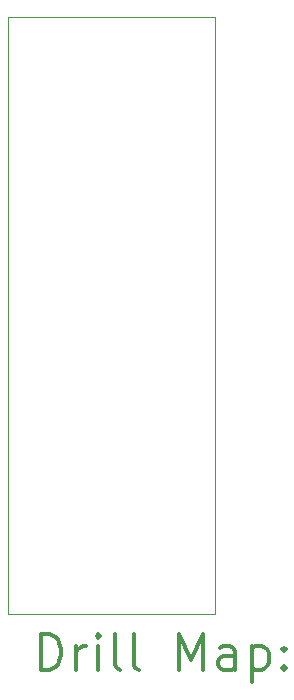
<source format=gbr>
%FSLAX45Y45*%
G04 Gerber Fmt 4.5, Leading zero omitted, Abs format (unit mm)*
G04 Created by KiCad (PCBNEW (5.1.5)-3) date 2021-01-25 20:45:40*
%MOMM*%
%LPD*%
G04 APERTURE LIST*
%TA.AperFunction,Profile*%
%ADD10C,0.100000*%
%TD*%
%ADD11C,0.200000*%
%ADD12C,0.300000*%
G04 APERTURE END LIST*
D10*
X9791700Y-9766300D02*
X9791700Y-4711700D01*
X11544300Y-9766300D02*
X9791700Y-9766300D01*
X11544300Y-4711700D02*
X11544300Y-9766300D01*
X9791700Y-4711700D02*
X11544300Y-4711700D01*
D11*
D12*
X10073128Y-10237014D02*
X10073128Y-9937014D01*
X10144557Y-9937014D01*
X10187414Y-9951300D01*
X10215986Y-9979872D01*
X10230271Y-10008443D01*
X10244557Y-10065586D01*
X10244557Y-10108443D01*
X10230271Y-10165586D01*
X10215986Y-10194157D01*
X10187414Y-10222729D01*
X10144557Y-10237014D01*
X10073128Y-10237014D01*
X10373128Y-10237014D02*
X10373128Y-10037014D01*
X10373128Y-10094157D02*
X10387414Y-10065586D01*
X10401700Y-10051300D01*
X10430271Y-10037014D01*
X10458843Y-10037014D01*
X10558843Y-10237014D02*
X10558843Y-10037014D01*
X10558843Y-9937014D02*
X10544557Y-9951300D01*
X10558843Y-9965586D01*
X10573128Y-9951300D01*
X10558843Y-9937014D01*
X10558843Y-9965586D01*
X10744557Y-10237014D02*
X10715986Y-10222729D01*
X10701700Y-10194157D01*
X10701700Y-9937014D01*
X10901700Y-10237014D02*
X10873128Y-10222729D01*
X10858843Y-10194157D01*
X10858843Y-9937014D01*
X11244557Y-10237014D02*
X11244557Y-9937014D01*
X11344557Y-10151300D01*
X11444557Y-9937014D01*
X11444557Y-10237014D01*
X11715986Y-10237014D02*
X11715986Y-10079872D01*
X11701700Y-10051300D01*
X11673128Y-10037014D01*
X11615986Y-10037014D01*
X11587414Y-10051300D01*
X11715986Y-10222729D02*
X11687414Y-10237014D01*
X11615986Y-10237014D01*
X11587414Y-10222729D01*
X11573128Y-10194157D01*
X11573128Y-10165586D01*
X11587414Y-10137014D01*
X11615986Y-10122729D01*
X11687414Y-10122729D01*
X11715986Y-10108443D01*
X11858843Y-10037014D02*
X11858843Y-10337014D01*
X11858843Y-10051300D02*
X11887414Y-10037014D01*
X11944557Y-10037014D01*
X11973128Y-10051300D01*
X11987414Y-10065586D01*
X12001700Y-10094157D01*
X12001700Y-10179872D01*
X11987414Y-10208443D01*
X11973128Y-10222729D01*
X11944557Y-10237014D01*
X11887414Y-10237014D01*
X11858843Y-10222729D01*
X12130271Y-10208443D02*
X12144557Y-10222729D01*
X12130271Y-10237014D01*
X12115986Y-10222729D01*
X12130271Y-10208443D01*
X12130271Y-10237014D01*
X12130271Y-10051300D02*
X12144557Y-10065586D01*
X12130271Y-10079872D01*
X12115986Y-10065586D01*
X12130271Y-10051300D01*
X12130271Y-10079872D01*
M02*

</source>
